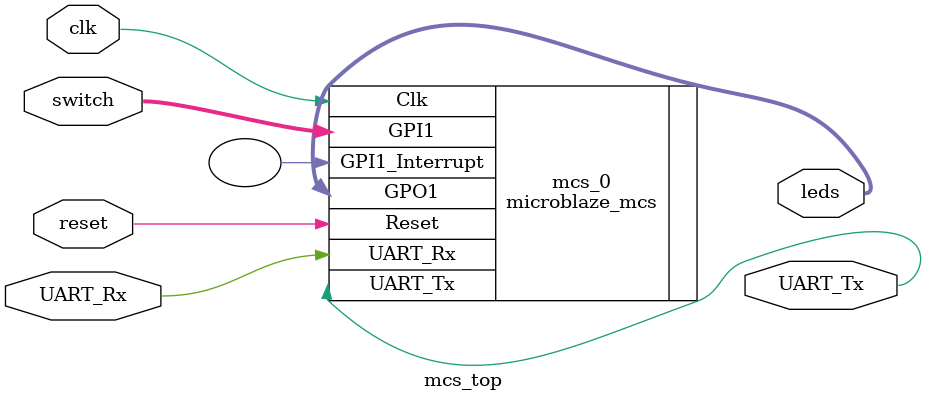
<source format=v>
`timescale 1ns / 1ps
module mcs_top(
      input clk,
      input reset,
      input UART_Rx,
      output UART_Tx,
      input [7:0] switch,
      output [7:0] leds
   );

microblaze_mcs mcs_0 (
  .Clk(clk), // input Clk
  .Reset(reset), // input Reset
  .UART_Rx(UART_Rx), // input UART_Rx
  .UART_Tx(UART_Tx), // output UART_Tx
  .GPO1(leds), // output [7 : 0] GPO1
  .GPI1(switch), // input [7 : 0] GPI1
  .GPI1_Interrupt() // output GPI1_Interrupt
);

endmodule

</source>
